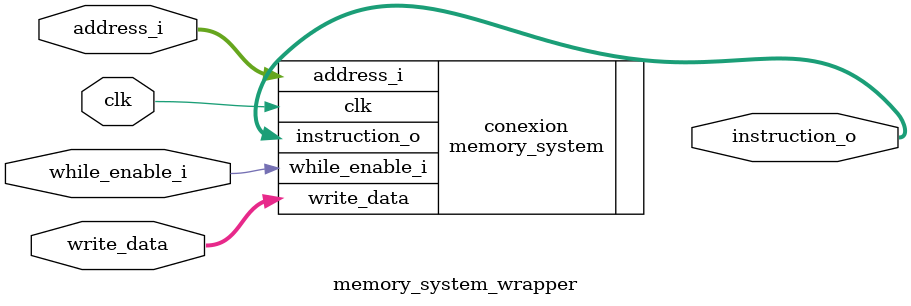
<source format=v>
module memory_system_wrapper
#(
	parameter MEMORY_DEPTH = 32,
	parameter DATA_WIDTH = 32
	)
	(
	input while_enable_i,
	input [(DATA_WIDTH-1):0] write_data,//escritura
	input [(DATA_WIDTH-1):0] address_i,	//localizacion
	input clk,
	output [(DATA_WIDTH-1):0] instruction_o
	
	);
	memory_system conexion( 
	.while_enable_i(while_enable_i),
	.write_data(write_data), 
	.address_i(address_i), 
	.clk(clk),
	.instruction_o(instruction_o)
	);
	
	endmodule
	
</source>
